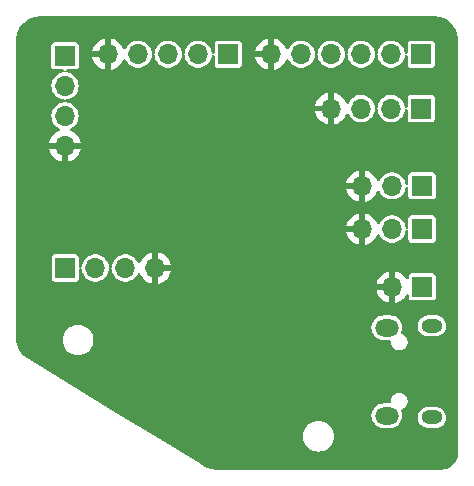
<source format=gbr>
%TF.GenerationSoftware,KiCad,Pcbnew,7.0.6*%
%TF.CreationDate,2023-07-29T21:44:08+03:00*%
%TF.ProjectId,cat-toy-stm-c0,6361742d-746f-4792-9d73-746d2d63302e,rev?*%
%TF.SameCoordinates,Original*%
%TF.FileFunction,Copper,L2,Bot*%
%TF.FilePolarity,Positive*%
%FSLAX46Y46*%
G04 Gerber Fmt 4.6, Leading zero omitted, Abs format (unit mm)*
G04 Created by KiCad (PCBNEW 7.0.6) date 2023-07-29 21:44:08*
%MOMM*%
%LPD*%
G01*
G04 APERTURE LIST*
%TA.AperFunction,ComponentPad*%
%ADD10R,1.700000X1.700000*%
%TD*%
%TA.AperFunction,ComponentPad*%
%ADD11O,1.700000X1.700000*%
%TD*%
%TA.AperFunction,ComponentPad*%
%ADD12O,1.800000X1.150000*%
%TD*%
%TA.AperFunction,ComponentPad*%
%ADD13O,2.000000X1.450000*%
%TD*%
%TA.AperFunction,ViaPad*%
%ADD14C,0.800000*%
%TD*%
G04 APERTURE END LIST*
D10*
%TO.P,J6,1,Pin_1*%
%TO.N,+3.3V*%
X170180000Y-90300000D03*
D11*
%TO.P,J6,2,Pin_2*%
%TO.N,/I2C1_SCL*%
X172720000Y-90300000D03*
%TO.P,J6,3,Pin_3*%
%TO.N,/I2C1_SDA*%
X175260000Y-90300000D03*
%TO.P,J6,4,Pin_4*%
%TO.N,GND*%
X177800000Y-90300000D03*
%TD*%
D10*
%TO.P,J1,1,Pin_1*%
%TO.N,+5V*%
X200380000Y-87000000D03*
D11*
%TO.P,J1,2,Pin_2*%
%TO.N,/TIM1_CH1*%
X197840000Y-87000000D03*
%TO.P,J1,3,Pin_3*%
%TO.N,GND*%
X195300000Y-87000000D03*
%TD*%
D10*
%TO.P,J3,1,Pin_1*%
%TO.N,+3.3V*%
X200300000Y-76800000D03*
D11*
%TO.P,J3,2,Pin_2*%
%TO.N,/USART2_TX*%
X197760000Y-76800000D03*
%TO.P,J3,3,Pin_3*%
%TO.N,/USART2_RX*%
X195220000Y-76800000D03*
%TO.P,J3,4,Pin_4*%
%TO.N,GND*%
X192680000Y-76800000D03*
%TD*%
%TO.P,J4,6,Pin_6*%
%TO.N,GND*%
X187600000Y-72200000D03*
%TO.P,J4,5,Pin_5*%
%TO.N,/SPI1_MOSI*%
X190140000Y-72200000D03*
%TO.P,J4,4,Pin_4*%
%TO.N,/SPI1_MISO*%
X192680000Y-72200000D03*
%TO.P,J4,3,Pin_3*%
%TO.N,/SPI1_SCK*%
X195220000Y-72200000D03*
%TO.P,J4,2,Pin_2*%
%TO.N,/SPI1_CS*%
X197760000Y-72200000D03*
D10*
%TO.P,J4,1,Pin_1*%
%TO.N,+3.3V*%
X200300000Y-72200000D03*
%TD*%
%TO.P,J9,1,Pin_1*%
%TO.N,+5V*%
X200400000Y-91900000D03*
D11*
%TO.P,J9,2,Pin_2*%
%TO.N,GND*%
X197860000Y-91900000D03*
%TD*%
D12*
%TO.P,J8,6,Shield*%
%TO.N,N/C*%
X201200000Y-102950000D03*
D13*
X197400000Y-102800000D03*
X197400000Y-95350000D03*
D12*
X201200000Y-95200000D03*
%TD*%
D11*
%TO.P,J5,4,Pin_4*%
%TO.N,GND*%
X170150000Y-79950000D03*
%TO.P,J5,3,Pin_3*%
%TO.N,/DEBUG_SWCLK*%
X170150000Y-77410000D03*
%TO.P,J5,2,Pin_2*%
%TO.N,/DEBUG_SWDIO*%
X170150000Y-74870000D03*
D10*
%TO.P,J5,1,Pin_1*%
%TO.N,+3.3V*%
X170150000Y-72330000D03*
%TD*%
%TO.P,J7,1,Pin_1*%
%TO.N,/JOYSTICK_BTN*%
X183960000Y-72200000D03*
D11*
%TO.P,J7,2,Pin_2*%
%TO.N,Net-(J7-Pin_2)*%
X181420000Y-72200000D03*
%TO.P,J7,3,Pin_3*%
%TO.N,Net-(J7-Pin_3)*%
X178880000Y-72200000D03*
%TO.P,J7,4,Pin_4*%
%TO.N,+3.3V*%
X176340000Y-72200000D03*
%TO.P,J7,5,Pin_5*%
%TO.N,GND*%
X173800000Y-72200000D03*
%TD*%
D10*
%TO.P,J2,1,Pin_1*%
%TO.N,+5V*%
X200380000Y-83350000D03*
D11*
%TO.P,J2,2,Pin_2*%
%TO.N,/TIM1_CH2*%
X197840000Y-83350000D03*
%TO.P,J2,3,Pin_3*%
%TO.N,GND*%
X195300000Y-83350000D03*
%TD*%
D14*
%TO.N,GND*%
X176000000Y-75600000D03*
X179700000Y-75600000D03*
X185300000Y-75600000D03*
X195200000Y-97800000D03*
X188300000Y-91100000D03*
X188300000Y-89800000D03*
X182200000Y-97500000D03*
X183200000Y-97550000D03*
X179700000Y-98750000D03*
X180750000Y-98750000D03*
X176500000Y-100800000D03*
X183600000Y-84350000D03*
X178650000Y-84150000D03*
X178650000Y-81800000D03*
X172350000Y-84550000D03*
X175900000Y-80700000D03*
X193950000Y-94000000D03*
X193950000Y-95200000D03*
X193950000Y-96400000D03*
X193950000Y-97600000D03*
X190600000Y-86400000D03*
X190050000Y-78050000D03*
%TD*%
%TA.AperFunction,Conductor*%
%TO.N,GND*%
G36*
X201502116Y-68998017D02*
G01*
X201572146Y-69002857D01*
X201767470Y-69017714D01*
X201775491Y-69018856D01*
X201887917Y-69042470D01*
X202037074Y-69077038D01*
X202044032Y-69079087D01*
X202145574Y-69115583D01*
X202160328Y-69120887D01*
X202295271Y-69174714D01*
X202301094Y-69177394D01*
X202412423Y-69235788D01*
X202415027Y-69237236D01*
X202448870Y-69257127D01*
X202536711Y-69308757D01*
X202541333Y-69311761D01*
X202644711Y-69385733D01*
X202647748Y-69388052D01*
X202756300Y-69476410D01*
X202759810Y-69479495D01*
X202852316Y-69567260D01*
X202855587Y-69570608D01*
X202949543Y-69674383D01*
X202951996Y-69677268D01*
X202978079Y-69709942D01*
X203031301Y-69776617D01*
X203034573Y-69781116D01*
X203112364Y-69898832D01*
X203113955Y-69901369D01*
X203178118Y-70009473D01*
X203181105Y-70015156D01*
X203241945Y-70147071D01*
X203289798Y-70261007D01*
X203292218Y-70267868D01*
X203334572Y-70414985D01*
X203364060Y-70526006D01*
X203365628Y-70533985D01*
X203390741Y-70728356D01*
X203392044Y-70739013D01*
X203399042Y-70796283D01*
X203399500Y-70803800D01*
X203399500Y-106232037D01*
X203394441Y-106267096D01*
X203384583Y-106300538D01*
X203336370Y-106458587D01*
X203330076Y-106474966D01*
X203292833Y-106554550D01*
X203234650Y-106670224D01*
X203230818Y-106676802D01*
X203175853Y-106759109D01*
X203174171Y-106761504D01*
X203102194Y-106858989D01*
X203098104Y-106863965D01*
X203029624Y-106938982D01*
X203026763Y-106941916D01*
X202940974Y-107024248D01*
X202937019Y-107027733D01*
X202857468Y-107092041D01*
X202853234Y-107095177D01*
X202754774Y-107161799D01*
X202751305Y-107163983D01*
X202663582Y-107215237D01*
X202657859Y-107218193D01*
X202547481Y-107268136D01*
X202544787Y-107269279D01*
X202452781Y-107305783D01*
X202445546Y-107308151D01*
X202320235Y-107340809D01*
X202234624Y-107360548D01*
X202217290Y-107363270D01*
X202052697Y-107377292D01*
X202002342Y-107381103D01*
X201997655Y-107381280D01*
X183140408Y-107379504D01*
X183134351Y-107377725D01*
X183091713Y-107379430D01*
X183088257Y-107379472D01*
X183046254Y-107378809D01*
X182821742Y-107372696D01*
X182815392Y-107372196D01*
X182711655Y-107358642D01*
X182547727Y-107331486D01*
X182542876Y-107330482D01*
X182486490Y-107316441D01*
X182433243Y-107303181D01*
X182429841Y-107302230D01*
X182278959Y-107255372D01*
X182275611Y-107254226D01*
X182169796Y-107214616D01*
X182165230Y-107212695D01*
X182014787Y-107142224D01*
X181921597Y-107094615D01*
X181916082Y-107091430D01*
X181727591Y-106969273D01*
X181700676Y-106951390D01*
X181698345Y-106949515D01*
X181693499Y-106946515D01*
X181688970Y-106943427D01*
X181669759Y-106929043D01*
X181665240Y-106928351D01*
X181653172Y-106921867D01*
X177769448Y-104550001D01*
X190294532Y-104550001D01*
X190314364Y-104776686D01*
X190314366Y-104776697D01*
X190373258Y-104996488D01*
X190373261Y-104996497D01*
X190469431Y-105202732D01*
X190469432Y-105202734D01*
X190599954Y-105389141D01*
X190760858Y-105550045D01*
X190760861Y-105550047D01*
X190947266Y-105680568D01*
X191153504Y-105776739D01*
X191373308Y-105835635D01*
X191543216Y-105850500D01*
X191656784Y-105850500D01*
X191826692Y-105835635D01*
X192046496Y-105776739D01*
X192252734Y-105680568D01*
X192439139Y-105550047D01*
X192600047Y-105389139D01*
X192730568Y-105202734D01*
X192826739Y-104996496D01*
X192885635Y-104776692D01*
X192905468Y-104550000D01*
X192885635Y-104323308D01*
X192826739Y-104103504D01*
X192730568Y-103897266D01*
X192600047Y-103710861D01*
X192600045Y-103710858D01*
X192439141Y-103549954D01*
X192252734Y-103419432D01*
X192252732Y-103419431D01*
X192046497Y-103323261D01*
X192046488Y-103323258D01*
X191826697Y-103264366D01*
X191826687Y-103264364D01*
X191656784Y-103249500D01*
X191543216Y-103249500D01*
X191373312Y-103264364D01*
X191373302Y-103264366D01*
X191153511Y-103323258D01*
X191153502Y-103323261D01*
X190947267Y-103419431D01*
X190947265Y-103419432D01*
X190760858Y-103549954D01*
X190599954Y-103710858D01*
X190469432Y-103897265D01*
X190469431Y-103897267D01*
X190373261Y-104103502D01*
X190373258Y-104103511D01*
X190314366Y-104323302D01*
X190314364Y-104323313D01*
X190294532Y-104549998D01*
X190294532Y-104550001D01*
X177769448Y-104550001D01*
X174903972Y-102799999D01*
X196094538Y-102799999D01*
X196114337Y-103001031D01*
X196172978Y-103194345D01*
X196268198Y-103372488D01*
X196268203Y-103372495D01*
X196396352Y-103528647D01*
X196505016Y-103617824D01*
X196552506Y-103656798D01*
X196552509Y-103656799D01*
X196552511Y-103656801D01*
X196730654Y-103752021D01*
X196730656Y-103752021D01*
X196730659Y-103752023D01*
X196923967Y-103810662D01*
X197074620Y-103825500D01*
X197074623Y-103825500D01*
X197725377Y-103825500D01*
X197725380Y-103825500D01*
X197876033Y-103810662D01*
X198069341Y-103752023D01*
X198247494Y-103656798D01*
X198403647Y-103528647D01*
X198531798Y-103372494D01*
X198627023Y-103194341D01*
X198685662Y-103001033D01*
X198695384Y-102902324D01*
X199995630Y-102902324D01*
X200005939Y-103092475D01*
X200053664Y-103264364D01*
X200056887Y-103275969D01*
X200056888Y-103275972D01*
X200102766Y-103362506D01*
X200132946Y-103419432D01*
X200146087Y-103444217D01*
X200146088Y-103444220D01*
X200235899Y-103549953D01*
X200269369Y-103589357D01*
X200420971Y-103704602D01*
X200420972Y-103704602D01*
X200420973Y-103704603D01*
X200420974Y-103704604D01*
X200523466Y-103752021D01*
X200593803Y-103784562D01*
X200593804Y-103784562D01*
X200593806Y-103784563D01*
X200650227Y-103796982D01*
X200779784Y-103825500D01*
X200779785Y-103825500D01*
X201572459Y-103825500D01*
X201572465Y-103825500D01*
X201714316Y-103810073D01*
X201894780Y-103749267D01*
X202057954Y-103651089D01*
X202196207Y-103520129D01*
X202303075Y-103362510D01*
X202303077Y-103362506D01*
X202373561Y-103185606D01*
X202373562Y-103185602D01*
X202404370Y-102997678D01*
X202394061Y-102807525D01*
X202343114Y-102624033D01*
X202253914Y-102455784D01*
X202253911Y-102455781D01*
X202253911Y-102455779D01*
X202130631Y-102310643D01*
X202070962Y-102265284D01*
X201979029Y-102195398D01*
X201979028Y-102195397D01*
X201979026Y-102195396D01*
X201979025Y-102195395D01*
X201806193Y-102115436D01*
X201620216Y-102074500D01*
X200827535Y-102074500D01*
X200827533Y-102074500D01*
X200685683Y-102089927D01*
X200505217Y-102150734D01*
X200342048Y-102248909D01*
X200203791Y-102379872D01*
X200096922Y-102537493D01*
X200026438Y-102714393D01*
X199995630Y-102902324D01*
X198695384Y-102902324D01*
X198705462Y-102800000D01*
X198685662Y-102598967D01*
X198627023Y-102405659D01*
X198627022Y-102405657D01*
X198624700Y-102400051D01*
X198617234Y-102330581D01*
X198648511Y-102268103D01*
X198695300Y-102236657D01*
X198700218Y-102234791D01*
X198700225Y-102234790D01*
X198734707Y-102216691D01*
X198741507Y-102213630D01*
X198777930Y-102199818D01*
X198809981Y-102177693D01*
X198816379Y-102173825D01*
X198850852Y-102155734D01*
X198880002Y-102129908D01*
X198885871Y-102125310D01*
X198917929Y-102103183D01*
X198943748Y-102074037D01*
X198949037Y-102068748D01*
X198978183Y-102042929D01*
X199000310Y-102010871D01*
X199004908Y-102005002D01*
X199030734Y-101975852D01*
X199048825Y-101941379D01*
X199052693Y-101934981D01*
X199074818Y-101902930D01*
X199088630Y-101866507D01*
X199091691Y-101859707D01*
X199109790Y-101825225D01*
X199119106Y-101787427D01*
X199121335Y-101780271D01*
X199135140Y-101743872D01*
X199139834Y-101705206D01*
X199141177Y-101697875D01*
X199150500Y-101660056D01*
X199150500Y-101621126D01*
X199150952Y-101613646D01*
X199155645Y-101575000D01*
X199150951Y-101536348D01*
X199150500Y-101528872D01*
X199150500Y-101489943D01*
X199141183Y-101452147D01*
X199139832Y-101444773D01*
X199135140Y-101406130D01*
X199135140Y-101406128D01*
X199121329Y-101369712D01*
X199119110Y-101362590D01*
X199109790Y-101324775D01*
X199091687Y-101290283D01*
X199088627Y-101283484D01*
X199074818Y-101247070D01*
X199052694Y-101215018D01*
X199048823Y-101208614D01*
X199030736Y-101174151D01*
X199030732Y-101174145D01*
X199016150Y-101157685D01*
X199004916Y-101145005D01*
X199000299Y-101139111D01*
X198978185Y-101107073D01*
X198978183Y-101107071D01*
X198949037Y-101081250D01*
X198943743Y-101075955D01*
X198917933Y-101046821D01*
X198917930Y-101046819D01*
X198917929Y-101046817D01*
X198917925Y-101046814D01*
X198885882Y-101024695D01*
X198879986Y-101020075D01*
X198850851Y-100994265D01*
X198850848Y-100994263D01*
X198816387Y-100976177D01*
X198809974Y-100972300D01*
X198777933Y-100950183D01*
X198777931Y-100950182D01*
X198741524Y-100936374D01*
X198734693Y-100933299D01*
X198700226Y-100915210D01*
X198700221Y-100915209D01*
X198698601Y-100914809D01*
X198662424Y-100905892D01*
X198655276Y-100903665D01*
X198618876Y-100889861D01*
X198618869Y-100889859D01*
X198580223Y-100885166D01*
X198572855Y-100883816D01*
X198535058Y-100874500D01*
X198535056Y-100874500D01*
X198364944Y-100874500D01*
X198354363Y-100877107D01*
X198327143Y-100883816D01*
X198319776Y-100885166D01*
X198281126Y-100889860D01*
X198244725Y-100903664D01*
X198237576Y-100905891D01*
X198199775Y-100915210D01*
X198199770Y-100915212D01*
X198165296Y-100933303D01*
X198158467Y-100936377D01*
X198122071Y-100950180D01*
X198122069Y-100950181D01*
X198090027Y-100972299D01*
X198083617Y-100976174D01*
X198049149Y-100994265D01*
X198020005Y-101020082D01*
X198014110Y-101024700D01*
X197982072Y-101046815D01*
X197982071Y-101046816D01*
X197956253Y-101075957D01*
X197950957Y-101081253D01*
X197921816Y-101107071D01*
X197921815Y-101107072D01*
X197899700Y-101139110D01*
X197895082Y-101145005D01*
X197869265Y-101174149D01*
X197851174Y-101208617D01*
X197847299Y-101215027D01*
X197825181Y-101247069D01*
X197825180Y-101247071D01*
X197811377Y-101283467D01*
X197808303Y-101290296D01*
X197790212Y-101324770D01*
X197790210Y-101324775D01*
X197780891Y-101362576D01*
X197778664Y-101369725D01*
X197764860Y-101406126D01*
X197760166Y-101444776D01*
X197758816Y-101452143D01*
X197749500Y-101489945D01*
X197749500Y-101528872D01*
X197749048Y-101536352D01*
X197744355Y-101574999D01*
X197749048Y-101613646D01*
X197749500Y-101621126D01*
X197749500Y-101650500D01*
X197729815Y-101717539D01*
X197677011Y-101763294D01*
X197625500Y-101774500D01*
X197074620Y-101774500D01*
X197037433Y-101778162D01*
X196923968Y-101789337D01*
X196730654Y-101847978D01*
X196552511Y-101943198D01*
X196552504Y-101943203D01*
X196396352Y-102071352D01*
X196268203Y-102227504D01*
X196268198Y-102227511D01*
X196172978Y-102405654D01*
X196114337Y-102598968D01*
X196094538Y-102799999D01*
X174903972Y-102799999D01*
X166660002Y-97765246D01*
X166632040Y-97741899D01*
X166620203Y-97728611D01*
X166609782Y-97716912D01*
X166467059Y-97553544D01*
X166463024Y-97548400D01*
X166400709Y-97459663D01*
X166311377Y-97324310D01*
X166308629Y-97319727D01*
X166252774Y-97216697D01*
X166251448Y-97214105D01*
X166185247Y-97076595D01*
X166183576Y-97072804D01*
X166139163Y-96962037D01*
X166137744Y-96958120D01*
X166090601Y-96812948D01*
X166089789Y-96810227D01*
X166058981Y-96697102D01*
X166057806Y-96691912D01*
X166028879Y-96532316D01*
X166012630Y-96425129D01*
X166011993Y-96418609D01*
X166011162Y-96400001D01*
X169944532Y-96400001D01*
X169964364Y-96626686D01*
X169964366Y-96626697D01*
X170023258Y-96846488D01*
X170023261Y-96846497D01*
X170119431Y-97052732D01*
X170119432Y-97052734D01*
X170249954Y-97239141D01*
X170410858Y-97400045D01*
X170410861Y-97400047D01*
X170597266Y-97530568D01*
X170803504Y-97626739D01*
X171023308Y-97685635D01*
X171193216Y-97700500D01*
X171306784Y-97700500D01*
X171476692Y-97685635D01*
X171696496Y-97626739D01*
X171902734Y-97530568D01*
X172089139Y-97400047D01*
X172250047Y-97239139D01*
X172380568Y-97052734D01*
X172476739Y-96846496D01*
X172535635Y-96626692D01*
X172555468Y-96400000D01*
X172535635Y-96173308D01*
X172477034Y-95954604D01*
X172476741Y-95953511D01*
X172476738Y-95953502D01*
X172423511Y-95839357D01*
X172380568Y-95747266D01*
X172250047Y-95560861D01*
X172250045Y-95560858D01*
X172089141Y-95399954D01*
X172017798Y-95350000D01*
X196094538Y-95350000D01*
X196114337Y-95551031D01*
X196172978Y-95744345D01*
X196268198Y-95922488D01*
X196268201Y-95922492D01*
X196268202Y-95922494D01*
X196278502Y-95935045D01*
X196396352Y-96078647D01*
X196485470Y-96151783D01*
X196552506Y-96206798D01*
X196552509Y-96206799D01*
X196552511Y-96206801D01*
X196730654Y-96302021D01*
X196730656Y-96302021D01*
X196730659Y-96302023D01*
X196923967Y-96360662D01*
X197074620Y-96375500D01*
X197074623Y-96375500D01*
X197625500Y-96375500D01*
X197692539Y-96395185D01*
X197738294Y-96447989D01*
X197749500Y-96499500D01*
X197749500Y-96528872D01*
X197749048Y-96536352D01*
X197744355Y-96574999D01*
X197749048Y-96613646D01*
X197749500Y-96621126D01*
X197749500Y-96660058D01*
X197758816Y-96697855D01*
X197760166Y-96705223D01*
X197764859Y-96743869D01*
X197764861Y-96743876D01*
X197778665Y-96780276D01*
X197780894Y-96787429D01*
X197790209Y-96825221D01*
X197790210Y-96825226D01*
X197808299Y-96859693D01*
X197811374Y-96866524D01*
X197825182Y-96902931D01*
X197825183Y-96902933D01*
X197847300Y-96934974D01*
X197851177Y-96941387D01*
X197869263Y-96975848D01*
X197869265Y-96975851D01*
X197895075Y-97004986D01*
X197899695Y-97010882D01*
X197921814Y-97042925D01*
X197921816Y-97042928D01*
X197921821Y-97042933D01*
X197950955Y-97068743D01*
X197956250Y-97074037D01*
X197982069Y-97103181D01*
X197982073Y-97103185D01*
X198014111Y-97125299D01*
X198020005Y-97129916D01*
X198025998Y-97135225D01*
X198049145Y-97155732D01*
X198049151Y-97155736D01*
X198083614Y-97173823D01*
X198090018Y-97177694D01*
X198122070Y-97199818D01*
X198158484Y-97213627D01*
X198165283Y-97216687D01*
X198199775Y-97234790D01*
X198199777Y-97234790D01*
X198199778Y-97234791D01*
X198206914Y-97236549D01*
X198237590Y-97244110D01*
X198244712Y-97246329D01*
X198281128Y-97260140D01*
X198300572Y-97262500D01*
X198319773Y-97264832D01*
X198327140Y-97266181D01*
X198351369Y-97272153D01*
X198364943Y-97275500D01*
X198364944Y-97275500D01*
X198535058Y-97275500D01*
X198544590Y-97273149D01*
X198572875Y-97266177D01*
X198580206Y-97264834D01*
X198618872Y-97260140D01*
X198655277Y-97246333D01*
X198662427Y-97244106D01*
X198682571Y-97239141D01*
X198700225Y-97234790D01*
X198734707Y-97216691D01*
X198741507Y-97213630D01*
X198777930Y-97199818D01*
X198809981Y-97177693D01*
X198816379Y-97173825D01*
X198850852Y-97155734D01*
X198880002Y-97129908D01*
X198885871Y-97125310D01*
X198917929Y-97103183D01*
X198943748Y-97074037D01*
X198949037Y-97068748D01*
X198978183Y-97042929D01*
X199000310Y-97010871D01*
X199004908Y-97005002D01*
X199030734Y-96975852D01*
X199048825Y-96941379D01*
X199052693Y-96934981D01*
X199074818Y-96902930D01*
X199088630Y-96866507D01*
X199091691Y-96859707D01*
X199109790Y-96825225D01*
X199116316Y-96798744D01*
X199119106Y-96787427D01*
X199121333Y-96780277D01*
X199135140Y-96743872D01*
X199139834Y-96705206D01*
X199141177Y-96697875D01*
X199150500Y-96660056D01*
X199150500Y-96621126D01*
X199150952Y-96613646D01*
X199155645Y-96575000D01*
X199150951Y-96536348D01*
X199150500Y-96528872D01*
X199150500Y-96489943D01*
X199141183Y-96452147D01*
X199139832Y-96444773D01*
X199135140Y-96406130D01*
X199135140Y-96406128D01*
X199121329Y-96369712D01*
X199119110Y-96362590D01*
X199109790Y-96324775D01*
X199091687Y-96290283D01*
X199088627Y-96283484D01*
X199074818Y-96247070D01*
X199052694Y-96215018D01*
X199048823Y-96208614D01*
X199030736Y-96174151D01*
X199030732Y-96174145D01*
X199009331Y-96149989D01*
X199004916Y-96145005D01*
X199000299Y-96139111D01*
X198978185Y-96107073D01*
X198978183Y-96107071D01*
X198949037Y-96081250D01*
X198943743Y-96075955D01*
X198917933Y-96046821D01*
X198917930Y-96046819D01*
X198917929Y-96046817D01*
X198900177Y-96034563D01*
X198885882Y-96024695D01*
X198879986Y-96020075D01*
X198850851Y-95994265D01*
X198850848Y-95994263D01*
X198816387Y-95976177D01*
X198809974Y-95972300D01*
X198777933Y-95950183D01*
X198777931Y-95950182D01*
X198741524Y-95936374D01*
X198734693Y-95933299D01*
X198700220Y-95915207D01*
X198695288Y-95913337D01*
X198639587Y-95871158D01*
X198615532Y-95805559D01*
X198624702Y-95749945D01*
X198627020Y-95744347D01*
X198627021Y-95744345D01*
X198627023Y-95744341D01*
X198685662Y-95551033D01*
X198705462Y-95350000D01*
X198685993Y-95152324D01*
X199995630Y-95152324D01*
X200005939Y-95342476D01*
X200056887Y-95525969D01*
X200056888Y-95525972D01*
X200146087Y-95694217D01*
X200146088Y-95694220D01*
X200269368Y-95839356D01*
X200269369Y-95839357D01*
X200420971Y-95954602D01*
X200420972Y-95954602D01*
X200420973Y-95954603D01*
X200420974Y-95954604D01*
X200526758Y-96003543D01*
X200593803Y-96034562D01*
X200593804Y-96034562D01*
X200593806Y-96034563D01*
X200649464Y-96046814D01*
X200779784Y-96075500D01*
X200779785Y-96075500D01*
X201572459Y-96075500D01*
X201572465Y-96075500D01*
X201714316Y-96060073D01*
X201894780Y-95999267D01*
X202057954Y-95901089D01*
X202196207Y-95770129D01*
X202303075Y-95612510D01*
X202323654Y-95560861D01*
X202373561Y-95435606D01*
X202387595Y-95350000D01*
X202404370Y-95247678D01*
X202394061Y-95057525D01*
X202343114Y-94874033D01*
X202253914Y-94705784D01*
X202253911Y-94705781D01*
X202253911Y-94705779D01*
X202130631Y-94560643D01*
X201979026Y-94445396D01*
X201979025Y-94445395D01*
X201806193Y-94365436D01*
X201620216Y-94324500D01*
X200827535Y-94324500D01*
X200827533Y-94324500D01*
X200685683Y-94339927D01*
X200505217Y-94400734D01*
X200342048Y-94498909D01*
X200203791Y-94629872D01*
X200096922Y-94787493D01*
X200026438Y-94964393D01*
X200011171Y-95057523D01*
X200001853Y-95114366D01*
X199995630Y-95152324D01*
X198685993Y-95152324D01*
X198685662Y-95148967D01*
X198627023Y-94955659D01*
X198627021Y-94955656D01*
X198627021Y-94955654D01*
X198531801Y-94777511D01*
X198531799Y-94777509D01*
X198531798Y-94777506D01*
X198492824Y-94730016D01*
X198403647Y-94621352D01*
X198247495Y-94493203D01*
X198247488Y-94493198D01*
X198069345Y-94397978D01*
X197876031Y-94339337D01*
X197765900Y-94328490D01*
X197725380Y-94324500D01*
X197074620Y-94324500D01*
X197037433Y-94328162D01*
X196923968Y-94339337D01*
X196730654Y-94397978D01*
X196552511Y-94493198D01*
X196552504Y-94493203D01*
X196396352Y-94621352D01*
X196268203Y-94777504D01*
X196268198Y-94777511D01*
X196172978Y-94955654D01*
X196114337Y-95148968D01*
X196094538Y-95350000D01*
X172017798Y-95350000D01*
X171902734Y-95269432D01*
X171902732Y-95269431D01*
X171696497Y-95173261D01*
X171696488Y-95173258D01*
X171476697Y-95114366D01*
X171476687Y-95114364D01*
X171306784Y-95099500D01*
X171193216Y-95099500D01*
X171023312Y-95114364D01*
X171023302Y-95114366D01*
X170803511Y-95173258D01*
X170803502Y-95173261D01*
X170597267Y-95269431D01*
X170597265Y-95269432D01*
X170410858Y-95399954D01*
X170249954Y-95560858D01*
X170119432Y-95747265D01*
X170119431Y-95747267D01*
X170023261Y-95953502D01*
X170023258Y-95953511D01*
X169964366Y-96173302D01*
X169964364Y-96173313D01*
X169944532Y-96399998D01*
X169944532Y-96400001D01*
X166011162Y-96400001D01*
X166010068Y-96375500D01*
X166002318Y-96201952D01*
X166000560Y-96151746D01*
X166000538Y-96148245D01*
X166001323Y-96112611D01*
X166000500Y-96102184D01*
X166000500Y-92150000D01*
X196529364Y-92150000D01*
X196586567Y-92363486D01*
X196586570Y-92363492D01*
X196686399Y-92577578D01*
X196821894Y-92771082D01*
X196988917Y-92938105D01*
X197182421Y-93073600D01*
X197396507Y-93173429D01*
X197396516Y-93173433D01*
X197610000Y-93230634D01*
X197610000Y-92335501D01*
X197717685Y-92384680D01*
X197824237Y-92400000D01*
X197895763Y-92400000D01*
X198002315Y-92384680D01*
X198110000Y-92335501D01*
X198110000Y-93230633D01*
X198323483Y-93173433D01*
X198323492Y-93173429D01*
X198537578Y-93073600D01*
X198731082Y-92938105D01*
X198898105Y-92771082D01*
X199023925Y-92591394D01*
X199078502Y-92547770D01*
X199148001Y-92540577D01*
X199210355Y-92572099D01*
X199245769Y-92632329D01*
X199249500Y-92662517D01*
X199249500Y-92794855D01*
X199249502Y-92794882D01*
X199252413Y-92819987D01*
X199252415Y-92819991D01*
X199297793Y-92922764D01*
X199297794Y-92922765D01*
X199377235Y-93002206D01*
X199480009Y-93047585D01*
X199505135Y-93050500D01*
X201294864Y-93050499D01*
X201294879Y-93050497D01*
X201294882Y-93050497D01*
X201319987Y-93047586D01*
X201319988Y-93047585D01*
X201319991Y-93047585D01*
X201422765Y-93002206D01*
X201502206Y-92922765D01*
X201547585Y-92819991D01*
X201550500Y-92794865D01*
X201550499Y-91005136D01*
X201550497Y-91005117D01*
X201547586Y-90980012D01*
X201547585Y-90980010D01*
X201547585Y-90980009D01*
X201502206Y-90877235D01*
X201422765Y-90797794D01*
X201368390Y-90773785D01*
X201319992Y-90752415D01*
X201294865Y-90749500D01*
X199505143Y-90749500D01*
X199505117Y-90749502D01*
X199480012Y-90752413D01*
X199480008Y-90752415D01*
X199377235Y-90797793D01*
X199297794Y-90877234D01*
X199252415Y-90980006D01*
X199252415Y-90980008D01*
X199249500Y-91005131D01*
X199249500Y-91137481D01*
X199229815Y-91204520D01*
X199177011Y-91250275D01*
X199107853Y-91260219D01*
X199044297Y-91231194D01*
X199023925Y-91208604D01*
X198898113Y-91028926D01*
X198898108Y-91028920D01*
X198731082Y-90861894D01*
X198537578Y-90726399D01*
X198323492Y-90626570D01*
X198323486Y-90626567D01*
X198110000Y-90569364D01*
X198110000Y-91464498D01*
X198002315Y-91415320D01*
X197895763Y-91400000D01*
X197824237Y-91400000D01*
X197717685Y-91415320D01*
X197610000Y-91464498D01*
X197610000Y-90569364D01*
X197609999Y-90569364D01*
X197396513Y-90626567D01*
X197396507Y-90626570D01*
X197182422Y-90726399D01*
X197182420Y-90726400D01*
X196988926Y-90861886D01*
X196988920Y-90861891D01*
X196821891Y-91028920D01*
X196821886Y-91028926D01*
X196686400Y-91222420D01*
X196686399Y-91222422D01*
X196586570Y-91436507D01*
X196586567Y-91436513D01*
X196529364Y-91649999D01*
X196529364Y-91650000D01*
X197426314Y-91650000D01*
X197400507Y-91690156D01*
X197360000Y-91828111D01*
X197360000Y-91971889D01*
X197400507Y-92109844D01*
X197426314Y-92150000D01*
X196529364Y-92150000D01*
X166000500Y-92150000D01*
X166000500Y-91194856D01*
X169029500Y-91194856D01*
X169029502Y-91194882D01*
X169032413Y-91219987D01*
X169032415Y-91219991D01*
X169077793Y-91322764D01*
X169077794Y-91322765D01*
X169157235Y-91402206D01*
X169260009Y-91447585D01*
X169285135Y-91450500D01*
X171074864Y-91450499D01*
X171074879Y-91450497D01*
X171074882Y-91450497D01*
X171099987Y-91447586D01*
X171099988Y-91447585D01*
X171099991Y-91447585D01*
X171202765Y-91402206D01*
X171282206Y-91322765D01*
X171327585Y-91219991D01*
X171330500Y-91194865D01*
X171330499Y-90456046D01*
X171350183Y-90389009D01*
X171402987Y-90343254D01*
X171472146Y-90333310D01*
X171535702Y-90362335D01*
X171573476Y-90421113D01*
X171577970Y-90444606D01*
X171584015Y-90509844D01*
X171584244Y-90512310D01*
X171616753Y-90626567D01*
X171642596Y-90717392D01*
X171642596Y-90717394D01*
X171737632Y-90908253D01*
X171828761Y-91028926D01*
X171866128Y-91078407D01*
X172023698Y-91222052D01*
X172204981Y-91334298D01*
X172403802Y-91411321D01*
X172613390Y-91450500D01*
X172613392Y-91450500D01*
X172826608Y-91450500D01*
X172826610Y-91450500D01*
X173036198Y-91411321D01*
X173235019Y-91334298D01*
X173416302Y-91222052D01*
X173573872Y-91078407D01*
X173702366Y-90908255D01*
X173717812Y-90877235D01*
X173797403Y-90717394D01*
X173797403Y-90717393D01*
X173797405Y-90717389D01*
X173855756Y-90512310D01*
X173866529Y-90396047D01*
X173892315Y-90331111D01*
X173934622Y-90300804D01*
X174043130Y-90300804D01*
X174079503Y-90321668D01*
X174111693Y-90383681D01*
X174113470Y-90396047D01*
X174124244Y-90512310D01*
X174156753Y-90626567D01*
X174182596Y-90717392D01*
X174182596Y-90717394D01*
X174277632Y-90908253D01*
X174368761Y-91028926D01*
X174406128Y-91078407D01*
X174563698Y-91222052D01*
X174744981Y-91334298D01*
X174943802Y-91411321D01*
X175153390Y-91450500D01*
X175153392Y-91450500D01*
X175366608Y-91450500D01*
X175366610Y-91450500D01*
X175576198Y-91411321D01*
X175775019Y-91334298D01*
X175956302Y-91222052D01*
X176113872Y-91078407D01*
X176242366Y-90908255D01*
X176309325Y-90773781D01*
X176356825Y-90722548D01*
X176424488Y-90705126D01*
X176490828Y-90727051D01*
X176532705Y-90776651D01*
X176626399Y-90977578D01*
X176761894Y-91171082D01*
X176928917Y-91338105D01*
X177122421Y-91473600D01*
X177336507Y-91573429D01*
X177336516Y-91573433D01*
X177550000Y-91630634D01*
X177550000Y-90735501D01*
X177657685Y-90784680D01*
X177764237Y-90800000D01*
X177835763Y-90800000D01*
X177942315Y-90784680D01*
X178050000Y-90735501D01*
X178050000Y-91630633D01*
X178263483Y-91573433D01*
X178263492Y-91573429D01*
X178477578Y-91473600D01*
X178671082Y-91338105D01*
X178838105Y-91171082D01*
X178973600Y-90977578D01*
X179073429Y-90763492D01*
X179073432Y-90763486D01*
X179130636Y-90550000D01*
X178233686Y-90550000D01*
X178259493Y-90509844D01*
X178300000Y-90371889D01*
X178300000Y-90228111D01*
X178259493Y-90090156D01*
X178233686Y-90050000D01*
X179130636Y-90050000D01*
X179130635Y-90049999D01*
X179073432Y-89836513D01*
X179073429Y-89836507D01*
X178973600Y-89622422D01*
X178973599Y-89622420D01*
X178838113Y-89428926D01*
X178838108Y-89428920D01*
X178671082Y-89261894D01*
X178477578Y-89126399D01*
X178263492Y-89026570D01*
X178263486Y-89026567D01*
X178050000Y-88969364D01*
X178050000Y-89864498D01*
X177942315Y-89815320D01*
X177835763Y-89800000D01*
X177764237Y-89800000D01*
X177657685Y-89815320D01*
X177550000Y-89864498D01*
X177550000Y-88969364D01*
X177549999Y-88969364D01*
X177336513Y-89026567D01*
X177336507Y-89026570D01*
X177122422Y-89126399D01*
X177122420Y-89126400D01*
X176928926Y-89261886D01*
X176928920Y-89261891D01*
X176761891Y-89428920D01*
X176761886Y-89428926D01*
X176626400Y-89622420D01*
X176626399Y-89622422D01*
X176532705Y-89823348D01*
X176486532Y-89875787D01*
X176419339Y-89894939D01*
X176352457Y-89874723D01*
X176309324Y-89826216D01*
X176242366Y-89691745D01*
X176113872Y-89521593D01*
X175956302Y-89377948D01*
X175775019Y-89265702D01*
X175775017Y-89265701D01*
X175675608Y-89227190D01*
X175576198Y-89188679D01*
X175366610Y-89149500D01*
X175153390Y-89149500D01*
X174943802Y-89188679D01*
X174943799Y-89188679D01*
X174943799Y-89188680D01*
X174744982Y-89265701D01*
X174744980Y-89265702D01*
X174563699Y-89377947D01*
X174406127Y-89521593D01*
X174277632Y-89691746D01*
X174182596Y-89882605D01*
X174182596Y-89882607D01*
X174124244Y-90087689D01*
X174113471Y-90203951D01*
X174087685Y-90268888D01*
X174043130Y-90300804D01*
X173934622Y-90300804D01*
X173936869Y-90299194D01*
X173900497Y-90278331D01*
X173868307Y-90216318D01*
X173866529Y-90203951D01*
X173863175Y-90167759D01*
X173855756Y-90087690D01*
X173797405Y-89882611D01*
X173797403Y-89882606D01*
X173797403Y-89882605D01*
X173702367Y-89691746D01*
X173573872Y-89521593D01*
X173416302Y-89377948D01*
X173235019Y-89265702D01*
X173235017Y-89265701D01*
X173135608Y-89227190D01*
X173036198Y-89188679D01*
X172826610Y-89149500D01*
X172613390Y-89149500D01*
X172403802Y-89188679D01*
X172403799Y-89188679D01*
X172403799Y-89188680D01*
X172204982Y-89265701D01*
X172204980Y-89265702D01*
X172023699Y-89377947D01*
X171866127Y-89521593D01*
X171737632Y-89691746D01*
X171642596Y-89882605D01*
X171642596Y-89882607D01*
X171584244Y-90087689D01*
X171577970Y-90155394D01*
X171552183Y-90220331D01*
X171495383Y-90261018D01*
X171425602Y-90264538D01*
X171364995Y-90229772D01*
X171332806Y-90167759D01*
X171330499Y-90143952D01*
X171330499Y-89405143D01*
X171330499Y-89405136D01*
X171330497Y-89405117D01*
X171327586Y-89380012D01*
X171327585Y-89380010D01*
X171327585Y-89380009D01*
X171282206Y-89277235D01*
X171202765Y-89197794D01*
X171182124Y-89188680D01*
X171099992Y-89152415D01*
X171074865Y-89149500D01*
X169285143Y-89149500D01*
X169285117Y-89149502D01*
X169260012Y-89152413D01*
X169260008Y-89152415D01*
X169157235Y-89197793D01*
X169077794Y-89277234D01*
X169032415Y-89380006D01*
X169032415Y-89380008D01*
X169029500Y-89405131D01*
X169029500Y-91194856D01*
X166000500Y-91194856D01*
X166000500Y-87250000D01*
X193969364Y-87250000D01*
X194026567Y-87463486D01*
X194026570Y-87463492D01*
X194126399Y-87677578D01*
X194261894Y-87871082D01*
X194428917Y-88038105D01*
X194622421Y-88173600D01*
X194836507Y-88273429D01*
X194836516Y-88273433D01*
X195050000Y-88330634D01*
X195050000Y-87435501D01*
X195157685Y-87484680D01*
X195264237Y-87500000D01*
X195335763Y-87500000D01*
X195442315Y-87484680D01*
X195550000Y-87435501D01*
X195550000Y-88330633D01*
X195763483Y-88273433D01*
X195763492Y-88273429D01*
X195977578Y-88173600D01*
X196171082Y-88038105D01*
X196338105Y-87871082D01*
X196473600Y-87677578D01*
X196567294Y-87476651D01*
X196613466Y-87424212D01*
X196680660Y-87405060D01*
X196747541Y-87425276D01*
X196790676Y-87473785D01*
X196857632Y-87608253D01*
X196986127Y-87778406D01*
X196986128Y-87778407D01*
X197143698Y-87922052D01*
X197324981Y-88034298D01*
X197523802Y-88111321D01*
X197733390Y-88150500D01*
X197733392Y-88150500D01*
X197946608Y-88150500D01*
X197946610Y-88150500D01*
X198156198Y-88111321D01*
X198355019Y-88034298D01*
X198536302Y-87922052D01*
X198693872Y-87778407D01*
X198822366Y-87608255D01*
X198876270Y-87500000D01*
X198917403Y-87417394D01*
X198917403Y-87417393D01*
X198917405Y-87417389D01*
X198975756Y-87212310D01*
X198982029Y-87144605D01*
X199007814Y-87079669D01*
X199064614Y-87038981D01*
X199134395Y-87035461D01*
X199195002Y-87070225D01*
X199227193Y-87132238D01*
X199229500Y-87156047D01*
X199229500Y-87894856D01*
X199229502Y-87894882D01*
X199232413Y-87919987D01*
X199232415Y-87919991D01*
X199277793Y-88022764D01*
X199277794Y-88022765D01*
X199357235Y-88102206D01*
X199460009Y-88147585D01*
X199485135Y-88150500D01*
X201274864Y-88150499D01*
X201274879Y-88150497D01*
X201274882Y-88150497D01*
X201299987Y-88147586D01*
X201299988Y-88147585D01*
X201299991Y-88147585D01*
X201402765Y-88102206D01*
X201482206Y-88022765D01*
X201527585Y-87919991D01*
X201530500Y-87894865D01*
X201530499Y-86105136D01*
X201530497Y-86105117D01*
X201527586Y-86080012D01*
X201527585Y-86080010D01*
X201527585Y-86080009D01*
X201482206Y-85977235D01*
X201402765Y-85897794D01*
X201382124Y-85888680D01*
X201299992Y-85852415D01*
X201274865Y-85849500D01*
X199485143Y-85849500D01*
X199485117Y-85849502D01*
X199460012Y-85852413D01*
X199460008Y-85852415D01*
X199357235Y-85897793D01*
X199277794Y-85977234D01*
X199232415Y-86080006D01*
X199232415Y-86080008D01*
X199229500Y-86105131D01*
X199229500Y-86843951D01*
X199209815Y-86910990D01*
X199157011Y-86956745D01*
X199087853Y-86966689D01*
X199024297Y-86937664D01*
X198986523Y-86878886D01*
X198982029Y-86855391D01*
X198975756Y-86787689D01*
X198961273Y-86736789D01*
X198917405Y-86582611D01*
X198917403Y-86582606D01*
X198917403Y-86582605D01*
X198822367Y-86391746D01*
X198693872Y-86221593D01*
X198693871Y-86221593D01*
X198536302Y-86077948D01*
X198355019Y-85965702D01*
X198355017Y-85965701D01*
X198255608Y-85927190D01*
X198156198Y-85888679D01*
X197946610Y-85849500D01*
X197733390Y-85849500D01*
X197523802Y-85888679D01*
X197523799Y-85888679D01*
X197523799Y-85888680D01*
X197324982Y-85965701D01*
X197324980Y-85965702D01*
X197143699Y-86077947D01*
X196986127Y-86221593D01*
X196857634Y-86391744D01*
X196790676Y-86526215D01*
X196743173Y-86577452D01*
X196675510Y-86594873D01*
X196609170Y-86572947D01*
X196567294Y-86523348D01*
X196473600Y-86322422D01*
X196473599Y-86322420D01*
X196338113Y-86128926D01*
X196338108Y-86128920D01*
X196171082Y-85961894D01*
X195977578Y-85826399D01*
X195763492Y-85726570D01*
X195763486Y-85726567D01*
X195550000Y-85669364D01*
X195550000Y-86564498D01*
X195442315Y-86515320D01*
X195335763Y-86500000D01*
X195264237Y-86500000D01*
X195157685Y-86515320D01*
X195050000Y-86564498D01*
X195050000Y-85669364D01*
X195049999Y-85669364D01*
X194836513Y-85726567D01*
X194836507Y-85726570D01*
X194622422Y-85826399D01*
X194622420Y-85826400D01*
X194428926Y-85961886D01*
X194428920Y-85961891D01*
X194261891Y-86128920D01*
X194261886Y-86128926D01*
X194126400Y-86322420D01*
X194126399Y-86322422D01*
X194026570Y-86536507D01*
X194026567Y-86536513D01*
X193969364Y-86749999D01*
X193969364Y-86750000D01*
X194866314Y-86750000D01*
X194840507Y-86790156D01*
X194800000Y-86928111D01*
X194800000Y-87071889D01*
X194840507Y-87209844D01*
X194866314Y-87250000D01*
X193969364Y-87250000D01*
X166000500Y-87250000D01*
X166000500Y-83600000D01*
X193969364Y-83600000D01*
X194026567Y-83813486D01*
X194026570Y-83813492D01*
X194126399Y-84027578D01*
X194261894Y-84221082D01*
X194428917Y-84388105D01*
X194622421Y-84523600D01*
X194836507Y-84623429D01*
X194836516Y-84623433D01*
X195050000Y-84680634D01*
X195050000Y-83785501D01*
X195157685Y-83834680D01*
X195264237Y-83850000D01*
X195335763Y-83850000D01*
X195442315Y-83834680D01*
X195550000Y-83785501D01*
X195550000Y-84680633D01*
X195763483Y-84623433D01*
X195763492Y-84623429D01*
X195977578Y-84523600D01*
X196171082Y-84388105D01*
X196338105Y-84221082D01*
X196473600Y-84027578D01*
X196567294Y-83826651D01*
X196613466Y-83774212D01*
X196680660Y-83755060D01*
X196747541Y-83775276D01*
X196790676Y-83823785D01*
X196857632Y-83958253D01*
X196986127Y-84128406D01*
X196986128Y-84128407D01*
X197143698Y-84272052D01*
X197324981Y-84384298D01*
X197523802Y-84461321D01*
X197733390Y-84500500D01*
X197733392Y-84500500D01*
X197946608Y-84500500D01*
X197946610Y-84500500D01*
X198156198Y-84461321D01*
X198355019Y-84384298D01*
X198536302Y-84272052D01*
X198693872Y-84128407D01*
X198822366Y-83958255D01*
X198876270Y-83850000D01*
X198917403Y-83767394D01*
X198917403Y-83767393D01*
X198917405Y-83767389D01*
X198975756Y-83562310D01*
X198982029Y-83494605D01*
X199007814Y-83429669D01*
X199064614Y-83388981D01*
X199134395Y-83385461D01*
X199195002Y-83420225D01*
X199227193Y-83482238D01*
X199229500Y-83506047D01*
X199229500Y-84244856D01*
X199229502Y-84244882D01*
X199232413Y-84269987D01*
X199232415Y-84269991D01*
X199277793Y-84372764D01*
X199277794Y-84372765D01*
X199357235Y-84452206D01*
X199460009Y-84497585D01*
X199485135Y-84500500D01*
X201274864Y-84500499D01*
X201274879Y-84500497D01*
X201274882Y-84500497D01*
X201299987Y-84497586D01*
X201299988Y-84497585D01*
X201299991Y-84497585D01*
X201402765Y-84452206D01*
X201482206Y-84372765D01*
X201527585Y-84269991D01*
X201530500Y-84244865D01*
X201530499Y-82455136D01*
X201530497Y-82455117D01*
X201527586Y-82430012D01*
X201527585Y-82430010D01*
X201527585Y-82430009D01*
X201482206Y-82327235D01*
X201402765Y-82247794D01*
X201382124Y-82238680D01*
X201299992Y-82202415D01*
X201274865Y-82199500D01*
X199485143Y-82199500D01*
X199485117Y-82199502D01*
X199460012Y-82202413D01*
X199460008Y-82202415D01*
X199357235Y-82247793D01*
X199277794Y-82327234D01*
X199232415Y-82430006D01*
X199232415Y-82430008D01*
X199229500Y-82455131D01*
X199229500Y-83193951D01*
X199209815Y-83260990D01*
X199157011Y-83306745D01*
X199087853Y-83316689D01*
X199024297Y-83287664D01*
X198986523Y-83228886D01*
X198982029Y-83205391D01*
X198975756Y-83137689D01*
X198961273Y-83086789D01*
X198917405Y-82932611D01*
X198917403Y-82932606D01*
X198917403Y-82932605D01*
X198822367Y-82741746D01*
X198693872Y-82571593D01*
X198536302Y-82427948D01*
X198355019Y-82315702D01*
X198355017Y-82315701D01*
X198255608Y-82277190D01*
X198156198Y-82238679D01*
X197946610Y-82199500D01*
X197733390Y-82199500D01*
X197523802Y-82238679D01*
X197523799Y-82238679D01*
X197523799Y-82238680D01*
X197324982Y-82315701D01*
X197324980Y-82315702D01*
X197143699Y-82427947D01*
X196986127Y-82571593D01*
X196857634Y-82741744D01*
X196790676Y-82876215D01*
X196743173Y-82927452D01*
X196675510Y-82944873D01*
X196609170Y-82922947D01*
X196567294Y-82873348D01*
X196473600Y-82672422D01*
X196473599Y-82672420D01*
X196338113Y-82478926D01*
X196338108Y-82478920D01*
X196171082Y-82311894D01*
X195977578Y-82176399D01*
X195763492Y-82076570D01*
X195763486Y-82076567D01*
X195550000Y-82019364D01*
X195550000Y-82914498D01*
X195442315Y-82865320D01*
X195335763Y-82850000D01*
X195264237Y-82850000D01*
X195157685Y-82865320D01*
X195050000Y-82914498D01*
X195050000Y-82019364D01*
X195049999Y-82019364D01*
X194836513Y-82076567D01*
X194836507Y-82076570D01*
X194622422Y-82176399D01*
X194622420Y-82176400D01*
X194428926Y-82311886D01*
X194428920Y-82311891D01*
X194261891Y-82478920D01*
X194261886Y-82478926D01*
X194126400Y-82672420D01*
X194126399Y-82672422D01*
X194026570Y-82886507D01*
X194026567Y-82886513D01*
X193969364Y-83099999D01*
X193969364Y-83100000D01*
X194866314Y-83100000D01*
X194840507Y-83140156D01*
X194800000Y-83278111D01*
X194800000Y-83421889D01*
X194840507Y-83559844D01*
X194866314Y-83600000D01*
X193969364Y-83600000D01*
X166000500Y-83600000D01*
X166000500Y-80200000D01*
X168819364Y-80200000D01*
X168876567Y-80413486D01*
X168876570Y-80413492D01*
X168976399Y-80627578D01*
X169111894Y-80821082D01*
X169278917Y-80988105D01*
X169472421Y-81123600D01*
X169686507Y-81223429D01*
X169686516Y-81223433D01*
X169900000Y-81280634D01*
X169900000Y-80385501D01*
X170007685Y-80434680D01*
X170114237Y-80450000D01*
X170185763Y-80450000D01*
X170292315Y-80434680D01*
X170400000Y-80385501D01*
X170400000Y-81280633D01*
X170613483Y-81223433D01*
X170613492Y-81223429D01*
X170827578Y-81123600D01*
X171021082Y-80988105D01*
X171188105Y-80821082D01*
X171323600Y-80627578D01*
X171423429Y-80413492D01*
X171423432Y-80413486D01*
X171480636Y-80200000D01*
X170583686Y-80200000D01*
X170609493Y-80159844D01*
X170650000Y-80021889D01*
X170650000Y-79878111D01*
X170609493Y-79740156D01*
X170583686Y-79700000D01*
X171480636Y-79700000D01*
X171480635Y-79699999D01*
X171423432Y-79486513D01*
X171423429Y-79486507D01*
X171323600Y-79272422D01*
X171323599Y-79272420D01*
X171188113Y-79078926D01*
X171188108Y-79078920D01*
X171021082Y-78911894D01*
X170827578Y-78776399D01*
X170628426Y-78683533D01*
X170575987Y-78637360D01*
X170556835Y-78570167D01*
X170577051Y-78503286D01*
X170630216Y-78457951D01*
X170636005Y-78455537D01*
X170665019Y-78444298D01*
X170846302Y-78332052D01*
X171003872Y-78188407D01*
X171132366Y-78018255D01*
X171167556Y-77947584D01*
X171227403Y-77827394D01*
X171227403Y-77827393D01*
X171227405Y-77827389D01*
X171285756Y-77622310D01*
X171305429Y-77410000D01*
X171285756Y-77197690D01*
X171243734Y-77050000D01*
X191349364Y-77050000D01*
X191406567Y-77263486D01*
X191406570Y-77263492D01*
X191506399Y-77477578D01*
X191641894Y-77671082D01*
X191808917Y-77838105D01*
X192002421Y-77973600D01*
X192216507Y-78073429D01*
X192216516Y-78073433D01*
X192430000Y-78130634D01*
X192430000Y-77235501D01*
X192537685Y-77284680D01*
X192644237Y-77300000D01*
X192715763Y-77300000D01*
X192822315Y-77284680D01*
X192930000Y-77235501D01*
X192930000Y-78130633D01*
X193143483Y-78073433D01*
X193143492Y-78073429D01*
X193357578Y-77973600D01*
X193551082Y-77838105D01*
X193718105Y-77671082D01*
X193853600Y-77477578D01*
X193947294Y-77276651D01*
X193993466Y-77224212D01*
X194060660Y-77205060D01*
X194127541Y-77225276D01*
X194170676Y-77273785D01*
X194237632Y-77408253D01*
X194366127Y-77578406D01*
X194366128Y-77578407D01*
X194523698Y-77722052D01*
X194704981Y-77834298D01*
X194903802Y-77911321D01*
X195113390Y-77950500D01*
X195113392Y-77950500D01*
X195326608Y-77950500D01*
X195326610Y-77950500D01*
X195536198Y-77911321D01*
X195735019Y-77834298D01*
X195916302Y-77722052D01*
X196073872Y-77578407D01*
X196202366Y-77408255D01*
X196256270Y-77300000D01*
X196297403Y-77217394D01*
X196297403Y-77217393D01*
X196297405Y-77217389D01*
X196355756Y-77012310D01*
X196366529Y-76896045D01*
X196392313Y-76831112D01*
X196434621Y-76800804D01*
X196543128Y-76800804D01*
X196579501Y-76821667D01*
X196611692Y-76883680D01*
X196613470Y-76896047D01*
X196624244Y-77012310D01*
X196682596Y-77217392D01*
X196682596Y-77217394D01*
X196777632Y-77408253D01*
X196906127Y-77578406D01*
X196906128Y-77578407D01*
X197063698Y-77722052D01*
X197244981Y-77834298D01*
X197443802Y-77911321D01*
X197653390Y-77950500D01*
X197653392Y-77950500D01*
X197866608Y-77950500D01*
X197866610Y-77950500D01*
X198076198Y-77911321D01*
X198275019Y-77834298D01*
X198456302Y-77722052D01*
X198613872Y-77578407D01*
X198742366Y-77408255D01*
X198796270Y-77300000D01*
X198837403Y-77217394D01*
X198837403Y-77217393D01*
X198837405Y-77217389D01*
X198895756Y-77012310D01*
X198902029Y-76944605D01*
X198927814Y-76879669D01*
X198984614Y-76838981D01*
X199054395Y-76835461D01*
X199115002Y-76870225D01*
X199147193Y-76932238D01*
X199149500Y-76956047D01*
X199149500Y-77694856D01*
X199149502Y-77694882D01*
X199152413Y-77719987D01*
X199152415Y-77719991D01*
X199197793Y-77822764D01*
X199197794Y-77822764D01*
X199197794Y-77822765D01*
X199277235Y-77902206D01*
X199380009Y-77947585D01*
X199405135Y-77950500D01*
X201194864Y-77950499D01*
X201194879Y-77950497D01*
X201194882Y-77950497D01*
X201219987Y-77947586D01*
X201219988Y-77947585D01*
X201219991Y-77947585D01*
X201322765Y-77902206D01*
X201402206Y-77822765D01*
X201447585Y-77719991D01*
X201450500Y-77694865D01*
X201450499Y-75905136D01*
X201450402Y-75904297D01*
X201447586Y-75880012D01*
X201447585Y-75880010D01*
X201447585Y-75880009D01*
X201402206Y-75777235D01*
X201322765Y-75697794D01*
X201302124Y-75688680D01*
X201219992Y-75652415D01*
X201194865Y-75649500D01*
X199405143Y-75649500D01*
X199405117Y-75649502D01*
X199380012Y-75652413D01*
X199380008Y-75652415D01*
X199277235Y-75697793D01*
X199197794Y-75777234D01*
X199152415Y-75880006D01*
X199152415Y-75880008D01*
X199149500Y-75905131D01*
X199149500Y-76643951D01*
X199129815Y-76710990D01*
X199077011Y-76756745D01*
X199007853Y-76766689D01*
X198944297Y-76737664D01*
X198906523Y-76678886D01*
X198902029Y-76655391D01*
X198895756Y-76587689D01*
X198867376Y-76487947D01*
X198837405Y-76382611D01*
X198837403Y-76382606D01*
X198837403Y-76382605D01*
X198742367Y-76191746D01*
X198613872Y-76021593D01*
X198569694Y-75981319D01*
X198456302Y-75877948D01*
X198275019Y-75765702D01*
X198275017Y-75765701D01*
X198175608Y-75727190D01*
X198076198Y-75688679D01*
X197866610Y-75649500D01*
X197653390Y-75649500D01*
X197443802Y-75688679D01*
X197443799Y-75688679D01*
X197443799Y-75688680D01*
X197244982Y-75765701D01*
X197244980Y-75765702D01*
X197063699Y-75877947D01*
X196906127Y-76021593D01*
X196777632Y-76191746D01*
X196682596Y-76382605D01*
X196682596Y-76382607D01*
X196624244Y-76587689D01*
X196613470Y-76703952D01*
X196587683Y-76768889D01*
X196543128Y-76800804D01*
X196434621Y-76800804D01*
X196436868Y-76799194D01*
X196400495Y-76778330D01*
X196368306Y-76716317D01*
X196366530Y-76703966D01*
X196355756Y-76587690D01*
X196297405Y-76382611D01*
X196297403Y-76382606D01*
X196297403Y-76382605D01*
X196202367Y-76191746D01*
X196073872Y-76021593D01*
X196029694Y-75981319D01*
X195916302Y-75877948D01*
X195735019Y-75765702D01*
X195735017Y-75765701D01*
X195635608Y-75727190D01*
X195536198Y-75688679D01*
X195326610Y-75649500D01*
X195113390Y-75649500D01*
X194903802Y-75688679D01*
X194903799Y-75688679D01*
X194903799Y-75688680D01*
X194704982Y-75765701D01*
X194704980Y-75765702D01*
X194523699Y-75877947D01*
X194366127Y-76021593D01*
X194237634Y-76191744D01*
X194170676Y-76326215D01*
X194123173Y-76377452D01*
X194055510Y-76394873D01*
X193989170Y-76372947D01*
X193947294Y-76323348D01*
X193853600Y-76122422D01*
X193853599Y-76122420D01*
X193718113Y-75928926D01*
X193718108Y-75928920D01*
X193551082Y-75761894D01*
X193357578Y-75626399D01*
X193143492Y-75526570D01*
X193143486Y-75526567D01*
X192930000Y-75469364D01*
X192930000Y-76364498D01*
X192822315Y-76315320D01*
X192715763Y-76300000D01*
X192644237Y-76300000D01*
X192537685Y-76315320D01*
X192430000Y-76364498D01*
X192430000Y-75469364D01*
X192429999Y-75469364D01*
X192216513Y-75526567D01*
X192216507Y-75526570D01*
X192002422Y-75626399D01*
X192002420Y-75626400D01*
X191808926Y-75761886D01*
X191808920Y-75761891D01*
X191641891Y-75928920D01*
X191641886Y-75928926D01*
X191506400Y-76122420D01*
X191506399Y-76122422D01*
X191406570Y-76336507D01*
X191406567Y-76336513D01*
X191349364Y-76549999D01*
X191349364Y-76550000D01*
X192246314Y-76550000D01*
X192220507Y-76590156D01*
X192180000Y-76728111D01*
X192180000Y-76871889D01*
X192220507Y-77009844D01*
X192246314Y-77050000D01*
X191349364Y-77050000D01*
X171243734Y-77050000D01*
X171227405Y-76992611D01*
X171227403Y-76992606D01*
X171227403Y-76992605D01*
X171132367Y-76801746D01*
X171003872Y-76631593D01*
X170914368Y-76549999D01*
X170846302Y-76487948D01*
X170665019Y-76375702D01*
X170665017Y-76375701D01*
X170537277Y-76326215D01*
X170466198Y-76298679D01*
X170269385Y-76261888D01*
X170207106Y-76230221D01*
X170171833Y-76169908D01*
X170174767Y-76100100D01*
X170214976Y-76042960D01*
X170269384Y-76018111D01*
X170466198Y-75981321D01*
X170665019Y-75904298D01*
X170846302Y-75792052D01*
X171003872Y-75648407D01*
X171132366Y-75478255D01*
X171227405Y-75287389D01*
X171285756Y-75082310D01*
X171305429Y-74870000D01*
X171285756Y-74657690D01*
X171227405Y-74452611D01*
X171227403Y-74452606D01*
X171227403Y-74452605D01*
X171132367Y-74261746D01*
X171003872Y-74091593D01*
X171003872Y-74091592D01*
X170846302Y-73947948D01*
X170665019Y-73835702D01*
X170665017Y-73835701D01*
X170565608Y-73797190D01*
X170466198Y-73758679D01*
X170293456Y-73726387D01*
X170231176Y-73694719D01*
X170195903Y-73634407D01*
X170198837Y-73564599D01*
X170239046Y-73507459D01*
X170303764Y-73481128D01*
X170316233Y-73480499D01*
X171044864Y-73480499D01*
X171044879Y-73480497D01*
X171044882Y-73480497D01*
X171069987Y-73477586D01*
X171069988Y-73477585D01*
X171069991Y-73477585D01*
X171172765Y-73432206D01*
X171252206Y-73352765D01*
X171297585Y-73249991D01*
X171300500Y-73224865D01*
X171300500Y-72450000D01*
X172469364Y-72450000D01*
X172526567Y-72663486D01*
X172526570Y-72663492D01*
X172626399Y-72877578D01*
X172761894Y-73071082D01*
X172928917Y-73238105D01*
X173122421Y-73373600D01*
X173336507Y-73473429D01*
X173336516Y-73473433D01*
X173550000Y-73530634D01*
X173550000Y-72635501D01*
X173657685Y-72684680D01*
X173764237Y-72700000D01*
X173835763Y-72700000D01*
X173942315Y-72684680D01*
X174050000Y-72635501D01*
X174050000Y-73530633D01*
X174263483Y-73473433D01*
X174263492Y-73473429D01*
X174477578Y-73373600D01*
X174671082Y-73238105D01*
X174838105Y-73071082D01*
X174973600Y-72877578D01*
X175067294Y-72676651D01*
X175113466Y-72624212D01*
X175180660Y-72605060D01*
X175247541Y-72625276D01*
X175290676Y-72673785D01*
X175357632Y-72808253D01*
X175486127Y-72978406D01*
X175486128Y-72978407D01*
X175643698Y-73122052D01*
X175824981Y-73234298D01*
X176023802Y-73311321D01*
X176233390Y-73350500D01*
X176233392Y-73350500D01*
X176446608Y-73350500D01*
X176446610Y-73350500D01*
X176656198Y-73311321D01*
X176855019Y-73234298D01*
X177036302Y-73122052D01*
X177193872Y-72978407D01*
X177322366Y-72808255D01*
X177376270Y-72700000D01*
X177417403Y-72617394D01*
X177417403Y-72617393D01*
X177417405Y-72617389D01*
X177475756Y-72412310D01*
X177486529Y-72296045D01*
X177512313Y-72231112D01*
X177554621Y-72200804D01*
X177663128Y-72200804D01*
X177699501Y-72221667D01*
X177731692Y-72283680D01*
X177733470Y-72296047D01*
X177744244Y-72412310D01*
X177802596Y-72617392D01*
X177802596Y-72617394D01*
X177897632Y-72808253D01*
X178026127Y-72978406D01*
X178026128Y-72978407D01*
X178183698Y-73122052D01*
X178364981Y-73234298D01*
X178563802Y-73311321D01*
X178773390Y-73350500D01*
X178773392Y-73350500D01*
X178986608Y-73350500D01*
X178986610Y-73350500D01*
X179196198Y-73311321D01*
X179395019Y-73234298D01*
X179576302Y-73122052D01*
X179733872Y-72978407D01*
X179862366Y-72808255D01*
X179916270Y-72700000D01*
X179957403Y-72617394D01*
X179957403Y-72617393D01*
X179957405Y-72617389D01*
X180015756Y-72412310D01*
X180026529Y-72296047D01*
X180052315Y-72231111D01*
X180094622Y-72200804D01*
X180203130Y-72200804D01*
X180239503Y-72221668D01*
X180271693Y-72283681D01*
X180273471Y-72296048D01*
X180284244Y-72412310D01*
X180342596Y-72617392D01*
X180342596Y-72617394D01*
X180437632Y-72808253D01*
X180566127Y-72978406D01*
X180566128Y-72978407D01*
X180723698Y-73122052D01*
X180904981Y-73234298D01*
X181103802Y-73311321D01*
X181313390Y-73350500D01*
X181313392Y-73350500D01*
X181526608Y-73350500D01*
X181526610Y-73350500D01*
X181736198Y-73311321D01*
X181935019Y-73234298D01*
X182116302Y-73122052D01*
X182273872Y-72978407D01*
X182402366Y-72808255D01*
X182456270Y-72700000D01*
X182497403Y-72617394D01*
X182497403Y-72617393D01*
X182497405Y-72617389D01*
X182555756Y-72412310D01*
X182562029Y-72344605D01*
X182587814Y-72279669D01*
X182644614Y-72238981D01*
X182714395Y-72235461D01*
X182775002Y-72270225D01*
X182807193Y-72332238D01*
X182809500Y-72356047D01*
X182809500Y-73094856D01*
X182809502Y-73094882D01*
X182812413Y-73119987D01*
X182812415Y-73119991D01*
X182857793Y-73222764D01*
X182857794Y-73222765D01*
X182937235Y-73302206D01*
X183040009Y-73347585D01*
X183065135Y-73350500D01*
X184854864Y-73350499D01*
X184854879Y-73350497D01*
X184854882Y-73350497D01*
X184879987Y-73347586D01*
X184879988Y-73347585D01*
X184879991Y-73347585D01*
X184982765Y-73302206D01*
X185062206Y-73222765D01*
X185107585Y-73119991D01*
X185110500Y-73094865D01*
X185110500Y-72450000D01*
X186269364Y-72450000D01*
X186326567Y-72663486D01*
X186326570Y-72663492D01*
X186426399Y-72877578D01*
X186561894Y-73071082D01*
X186728917Y-73238105D01*
X186922421Y-73373600D01*
X187136507Y-73473429D01*
X187136516Y-73473433D01*
X187350000Y-73530634D01*
X187350000Y-72635501D01*
X187457685Y-72684680D01*
X187564237Y-72700000D01*
X187635763Y-72700000D01*
X187742315Y-72684680D01*
X187850000Y-72635501D01*
X187850000Y-73530633D01*
X188063483Y-73473433D01*
X188063492Y-73473429D01*
X188277578Y-73373600D01*
X188471082Y-73238105D01*
X188638105Y-73071082D01*
X188773600Y-72877578D01*
X188867294Y-72676651D01*
X188913466Y-72624212D01*
X188980660Y-72605060D01*
X189047541Y-72625276D01*
X189090676Y-72673785D01*
X189157632Y-72808253D01*
X189286127Y-72978406D01*
X189286128Y-72978407D01*
X189443698Y-73122052D01*
X189624981Y-73234298D01*
X189823802Y-73311321D01*
X190033390Y-73350500D01*
X190033392Y-73350500D01*
X190246608Y-73350500D01*
X190246610Y-73350500D01*
X190456198Y-73311321D01*
X190655019Y-73234298D01*
X190836302Y-73122052D01*
X190993872Y-72978407D01*
X191122366Y-72808255D01*
X191176270Y-72700000D01*
X191217403Y-72617394D01*
X191217403Y-72617393D01*
X191217405Y-72617389D01*
X191275756Y-72412310D01*
X191286529Y-72296047D01*
X191312315Y-72231111D01*
X191354622Y-72200804D01*
X191463130Y-72200804D01*
X191499503Y-72221668D01*
X191531693Y-72283681D01*
X191533471Y-72296048D01*
X191544244Y-72412310D01*
X191602596Y-72617392D01*
X191602596Y-72617394D01*
X191697632Y-72808253D01*
X191826127Y-72978406D01*
X191826128Y-72978407D01*
X191983698Y-73122052D01*
X192164981Y-73234298D01*
X192363802Y-73311321D01*
X192573390Y-73350500D01*
X192573392Y-73350500D01*
X192786608Y-73350500D01*
X192786610Y-73350500D01*
X192996198Y-73311321D01*
X193195019Y-73234298D01*
X193376302Y-73122052D01*
X193533872Y-72978407D01*
X193662366Y-72808255D01*
X193716270Y-72700000D01*
X193757403Y-72617394D01*
X193757403Y-72617393D01*
X193757405Y-72617389D01*
X193815756Y-72412310D01*
X193826529Y-72296047D01*
X193852315Y-72231111D01*
X193894622Y-72200804D01*
X194003130Y-72200804D01*
X194039503Y-72221668D01*
X194071693Y-72283681D01*
X194073471Y-72296048D01*
X194084244Y-72412310D01*
X194142596Y-72617392D01*
X194142596Y-72617394D01*
X194237632Y-72808253D01*
X194366127Y-72978406D01*
X194366128Y-72978407D01*
X194523698Y-73122052D01*
X194704981Y-73234298D01*
X194903802Y-73311321D01*
X195113390Y-73350500D01*
X195113392Y-73350500D01*
X195326608Y-73350500D01*
X195326610Y-73350500D01*
X195536198Y-73311321D01*
X195735019Y-73234298D01*
X195916302Y-73122052D01*
X196073872Y-72978407D01*
X196202366Y-72808255D01*
X196256270Y-72700000D01*
X196297403Y-72617394D01*
X196297403Y-72617393D01*
X196297405Y-72617389D01*
X196355756Y-72412310D01*
X196366529Y-72296045D01*
X196392313Y-72231112D01*
X196434621Y-72200804D01*
X196543128Y-72200804D01*
X196579501Y-72221667D01*
X196611692Y-72283680D01*
X196613470Y-72296047D01*
X196624244Y-72412310D01*
X196682596Y-72617392D01*
X196682596Y-72617394D01*
X196777632Y-72808253D01*
X196906127Y-72978406D01*
X196906128Y-72978407D01*
X197063698Y-73122052D01*
X197244981Y-73234298D01*
X197443802Y-73311321D01*
X197653390Y-73350500D01*
X197653392Y-73350500D01*
X197866608Y-73350500D01*
X197866610Y-73350500D01*
X198076198Y-73311321D01*
X198275019Y-73234298D01*
X198456302Y-73122052D01*
X198613872Y-72978407D01*
X198742366Y-72808255D01*
X198796270Y-72700000D01*
X198837403Y-72617394D01*
X198837403Y-72617393D01*
X198837405Y-72617389D01*
X198895756Y-72412310D01*
X198902029Y-72344605D01*
X198927814Y-72279669D01*
X198984614Y-72238981D01*
X199054395Y-72235461D01*
X199115002Y-72270225D01*
X199147193Y-72332238D01*
X199149500Y-72356047D01*
X199149500Y-73094856D01*
X199149502Y-73094882D01*
X199152413Y-73119987D01*
X199152415Y-73119991D01*
X199197793Y-73222764D01*
X199197794Y-73222765D01*
X199277235Y-73302206D01*
X199380009Y-73347585D01*
X199405135Y-73350500D01*
X201194864Y-73350499D01*
X201194879Y-73350497D01*
X201194882Y-73350497D01*
X201219987Y-73347586D01*
X201219988Y-73347585D01*
X201219991Y-73347585D01*
X201322765Y-73302206D01*
X201402206Y-73222765D01*
X201447585Y-73119991D01*
X201450500Y-73094865D01*
X201450499Y-71305136D01*
X201450497Y-71305117D01*
X201447586Y-71280012D01*
X201447585Y-71280010D01*
X201447585Y-71280009D01*
X201402206Y-71177235D01*
X201322765Y-71097794D01*
X201302124Y-71088680D01*
X201219992Y-71052415D01*
X201194865Y-71049500D01*
X199405143Y-71049500D01*
X199405117Y-71049502D01*
X199380012Y-71052413D01*
X199380008Y-71052415D01*
X199277235Y-71097793D01*
X199197794Y-71177234D01*
X199152415Y-71280006D01*
X199152415Y-71280008D01*
X199149500Y-71305131D01*
X199149500Y-72043951D01*
X199129815Y-72110990D01*
X199077011Y-72156745D01*
X199007853Y-72166689D01*
X198944297Y-72137664D01*
X198906523Y-72078886D01*
X198902029Y-72055391D01*
X198895756Y-71987689D01*
X198881273Y-71936789D01*
X198837405Y-71782611D01*
X198837403Y-71782606D01*
X198837403Y-71782605D01*
X198742367Y-71591746D01*
X198613872Y-71421593D01*
X198601162Y-71410006D01*
X198456302Y-71277948D01*
X198275019Y-71165702D01*
X198275017Y-71165701D01*
X198175608Y-71127190D01*
X198076198Y-71088679D01*
X197866610Y-71049500D01*
X197653390Y-71049500D01*
X197443802Y-71088679D01*
X197443799Y-71088679D01*
X197443799Y-71088680D01*
X197244982Y-71165701D01*
X197244980Y-71165702D01*
X197063699Y-71277947D01*
X196906127Y-71421593D01*
X196777632Y-71591746D01*
X196682596Y-71782605D01*
X196682596Y-71782607D01*
X196624244Y-71987689D01*
X196613470Y-72103952D01*
X196587683Y-72168889D01*
X196543128Y-72200804D01*
X196434621Y-72200804D01*
X196436868Y-72199194D01*
X196400495Y-72178330D01*
X196368306Y-72116317D01*
X196366530Y-72103966D01*
X196355756Y-71987690D01*
X196297405Y-71782611D01*
X196297403Y-71782606D01*
X196297403Y-71782605D01*
X196202367Y-71591746D01*
X196073872Y-71421593D01*
X196061162Y-71410006D01*
X195916302Y-71277948D01*
X195735019Y-71165702D01*
X195735017Y-71165701D01*
X195635608Y-71127190D01*
X195536198Y-71088679D01*
X195326610Y-71049500D01*
X195113390Y-71049500D01*
X194903802Y-71088679D01*
X194903799Y-71088679D01*
X194903799Y-71088680D01*
X194704982Y-71165701D01*
X194704980Y-71165702D01*
X194523699Y-71277947D01*
X194366127Y-71421593D01*
X194237632Y-71591746D01*
X194142596Y-71782605D01*
X194142596Y-71782607D01*
X194084244Y-71987689D01*
X194073471Y-72103951D01*
X194047685Y-72168888D01*
X194003130Y-72200804D01*
X193894622Y-72200804D01*
X193896869Y-72199194D01*
X193860497Y-72178331D01*
X193828307Y-72116318D01*
X193826529Y-72103951D01*
X193820969Y-72043951D01*
X193815756Y-71987690D01*
X193757405Y-71782611D01*
X193757403Y-71782606D01*
X193757403Y-71782605D01*
X193662367Y-71591746D01*
X193533872Y-71421593D01*
X193521162Y-71410006D01*
X193376302Y-71277948D01*
X193195019Y-71165702D01*
X193195017Y-71165701D01*
X193095608Y-71127190D01*
X192996198Y-71088679D01*
X192786610Y-71049500D01*
X192573390Y-71049500D01*
X192363802Y-71088679D01*
X192363799Y-71088679D01*
X192363799Y-71088680D01*
X192164982Y-71165701D01*
X192164980Y-71165702D01*
X191983699Y-71277947D01*
X191826127Y-71421593D01*
X191697632Y-71591746D01*
X191602596Y-71782605D01*
X191602596Y-71782607D01*
X191544244Y-71987689D01*
X191533471Y-72103951D01*
X191507685Y-72168888D01*
X191463130Y-72200804D01*
X191354622Y-72200804D01*
X191356869Y-72199194D01*
X191320497Y-72178331D01*
X191288307Y-72116318D01*
X191286529Y-72103951D01*
X191280969Y-72043951D01*
X191275756Y-71987690D01*
X191217405Y-71782611D01*
X191217403Y-71782606D01*
X191217403Y-71782605D01*
X191122367Y-71591746D01*
X190993872Y-71421593D01*
X190981162Y-71410006D01*
X190836302Y-71277948D01*
X190655019Y-71165702D01*
X190655017Y-71165701D01*
X190555608Y-71127190D01*
X190456198Y-71088679D01*
X190246610Y-71049500D01*
X190033390Y-71049500D01*
X189823802Y-71088679D01*
X189823799Y-71088679D01*
X189823799Y-71088680D01*
X189624982Y-71165701D01*
X189624980Y-71165702D01*
X189443699Y-71277947D01*
X189286127Y-71421593D01*
X189157634Y-71591744D01*
X189090676Y-71726215D01*
X189043173Y-71777452D01*
X188975510Y-71794873D01*
X188909170Y-71772947D01*
X188867294Y-71723348D01*
X188773600Y-71522422D01*
X188773599Y-71522420D01*
X188638113Y-71328926D01*
X188638108Y-71328920D01*
X188471082Y-71161894D01*
X188277578Y-71026399D01*
X188063492Y-70926570D01*
X188063486Y-70926567D01*
X187850000Y-70869364D01*
X187850000Y-71764498D01*
X187742315Y-71715320D01*
X187635763Y-71700000D01*
X187564237Y-71700000D01*
X187457685Y-71715320D01*
X187350000Y-71764498D01*
X187350000Y-70869364D01*
X187349999Y-70869364D01*
X187136513Y-70926567D01*
X187136507Y-70926570D01*
X186922422Y-71026399D01*
X186922420Y-71026400D01*
X186728926Y-71161886D01*
X186728920Y-71161891D01*
X186561891Y-71328920D01*
X186561886Y-71328926D01*
X186426400Y-71522420D01*
X186426399Y-71522422D01*
X186326570Y-71736507D01*
X186326567Y-71736513D01*
X186269364Y-71949999D01*
X186269364Y-71950000D01*
X187166314Y-71950000D01*
X187140507Y-71990156D01*
X187100000Y-72128111D01*
X187100000Y-72271889D01*
X187140507Y-72409844D01*
X187166314Y-72450000D01*
X186269364Y-72450000D01*
X185110500Y-72450000D01*
X185110499Y-71305136D01*
X185110497Y-71305117D01*
X185107586Y-71280012D01*
X185107585Y-71280010D01*
X185107585Y-71280009D01*
X185062206Y-71177235D01*
X184982765Y-71097794D01*
X184962124Y-71088680D01*
X184879992Y-71052415D01*
X184854865Y-71049500D01*
X183065143Y-71049500D01*
X183065117Y-71049502D01*
X183040012Y-71052413D01*
X183040008Y-71052415D01*
X182937235Y-71097793D01*
X182857794Y-71177234D01*
X182812415Y-71280006D01*
X182812415Y-71280008D01*
X182809500Y-71305131D01*
X182809500Y-72043951D01*
X182789815Y-72110990D01*
X182737011Y-72156745D01*
X182667853Y-72166689D01*
X182604297Y-72137664D01*
X182566523Y-72078886D01*
X182562029Y-72055391D01*
X182555756Y-71987689D01*
X182541273Y-71936789D01*
X182497405Y-71782611D01*
X182497403Y-71782606D01*
X182497403Y-71782605D01*
X182402367Y-71591746D01*
X182273872Y-71421593D01*
X182261162Y-71410006D01*
X182116302Y-71277948D01*
X181935019Y-71165702D01*
X181935017Y-71165701D01*
X181835608Y-71127190D01*
X181736198Y-71088679D01*
X181526610Y-71049500D01*
X181313390Y-71049500D01*
X181103802Y-71088679D01*
X181103799Y-71088679D01*
X181103799Y-71088680D01*
X180904982Y-71165701D01*
X180904980Y-71165702D01*
X180723699Y-71277947D01*
X180566127Y-71421593D01*
X180437632Y-71591746D01*
X180342596Y-71782605D01*
X180342596Y-71782607D01*
X180284244Y-71987689D01*
X180273471Y-72103951D01*
X180247685Y-72168888D01*
X180203130Y-72200804D01*
X180094622Y-72200804D01*
X180096869Y-72199194D01*
X180060497Y-72178331D01*
X180028307Y-72116318D01*
X180026529Y-72103951D01*
X180020969Y-72043951D01*
X180015756Y-71987690D01*
X179957405Y-71782611D01*
X179957403Y-71782606D01*
X179957403Y-71782605D01*
X179862367Y-71591746D01*
X179733872Y-71421593D01*
X179721162Y-71410006D01*
X179576302Y-71277948D01*
X179395019Y-71165702D01*
X179395017Y-71165701D01*
X179295608Y-71127190D01*
X179196198Y-71088679D01*
X178986610Y-71049500D01*
X178773390Y-71049500D01*
X178563802Y-71088679D01*
X178563799Y-71088679D01*
X178563799Y-71088680D01*
X178364982Y-71165701D01*
X178364980Y-71165702D01*
X178183699Y-71277947D01*
X178026127Y-71421593D01*
X177897632Y-71591746D01*
X177802596Y-71782605D01*
X177802596Y-71782607D01*
X177744244Y-71987689D01*
X177733470Y-72103952D01*
X177707683Y-72168889D01*
X177663128Y-72200804D01*
X177554621Y-72200804D01*
X177556868Y-72199194D01*
X177520495Y-72178330D01*
X177488306Y-72116317D01*
X177486530Y-72103966D01*
X177475756Y-71987690D01*
X177417405Y-71782611D01*
X177417403Y-71782606D01*
X177417403Y-71782605D01*
X177322367Y-71591746D01*
X177193872Y-71421593D01*
X177181162Y-71410006D01*
X177036302Y-71277948D01*
X176855019Y-71165702D01*
X176855017Y-71165701D01*
X176755608Y-71127190D01*
X176656198Y-71088679D01*
X176446610Y-71049500D01*
X176233390Y-71049500D01*
X176023802Y-71088679D01*
X176023799Y-71088679D01*
X176023799Y-71088680D01*
X175824982Y-71165701D01*
X175824980Y-71165702D01*
X175643699Y-71277947D01*
X175486127Y-71421593D01*
X175357634Y-71591744D01*
X175290676Y-71726215D01*
X175243173Y-71777452D01*
X175175510Y-71794873D01*
X175109170Y-71772947D01*
X175067294Y-71723348D01*
X174973600Y-71522422D01*
X174973599Y-71522420D01*
X174838113Y-71328926D01*
X174838108Y-71328920D01*
X174671082Y-71161894D01*
X174477578Y-71026399D01*
X174263492Y-70926570D01*
X174263486Y-70926567D01*
X174050000Y-70869364D01*
X174050000Y-71764498D01*
X173942315Y-71715320D01*
X173835763Y-71700000D01*
X173764237Y-71700000D01*
X173657685Y-71715320D01*
X173549999Y-71764498D01*
X173549999Y-70869364D01*
X173336513Y-70926567D01*
X173336507Y-70926570D01*
X173122422Y-71026399D01*
X173122420Y-71026400D01*
X172928926Y-71161886D01*
X172928920Y-71161891D01*
X172761891Y-71328920D01*
X172761886Y-71328926D01*
X172626400Y-71522420D01*
X172626399Y-71522422D01*
X172526570Y-71736507D01*
X172526567Y-71736513D01*
X172469364Y-71949999D01*
X172469364Y-71950000D01*
X173366314Y-71950000D01*
X173340507Y-71990156D01*
X173300000Y-72128111D01*
X173300000Y-72271889D01*
X173340507Y-72409844D01*
X173366314Y-72450000D01*
X172469364Y-72450000D01*
X171300500Y-72450000D01*
X171300499Y-71435136D01*
X171300497Y-71435117D01*
X171297586Y-71410012D01*
X171297585Y-71410010D01*
X171297585Y-71410009D01*
X171252206Y-71307235D01*
X171172765Y-71227794D01*
X171172763Y-71227793D01*
X171069992Y-71182415D01*
X171044865Y-71179500D01*
X169255143Y-71179500D01*
X169255117Y-71179502D01*
X169230012Y-71182413D01*
X169230008Y-71182415D01*
X169127235Y-71227793D01*
X169047794Y-71307234D01*
X169002415Y-71410006D01*
X169002415Y-71410008D01*
X168999500Y-71435131D01*
X168999500Y-73224856D01*
X168999502Y-73224882D01*
X169002413Y-73249987D01*
X169002415Y-73249991D01*
X169047793Y-73352764D01*
X169047794Y-73352764D01*
X169047794Y-73352765D01*
X169127235Y-73432206D01*
X169230009Y-73477585D01*
X169255135Y-73480500D01*
X169983758Y-73480499D01*
X170050795Y-73500183D01*
X170096550Y-73552987D01*
X170106494Y-73622146D01*
X170077469Y-73685702D01*
X170018691Y-73723476D01*
X170006542Y-73726388D01*
X169950116Y-73736935D01*
X169833802Y-73758679D01*
X169833800Y-73758679D01*
X169833798Y-73758680D01*
X169634982Y-73835701D01*
X169634980Y-73835702D01*
X169453699Y-73947947D01*
X169296127Y-74091593D01*
X169167632Y-74261746D01*
X169072596Y-74452605D01*
X169072596Y-74452607D01*
X169014244Y-74657689D01*
X168994571Y-74869999D01*
X168994571Y-74870000D01*
X169014244Y-75082310D01*
X169072596Y-75287392D01*
X169072596Y-75287394D01*
X169167632Y-75478253D01*
X169204120Y-75526570D01*
X169296128Y-75648407D01*
X169453698Y-75792052D01*
X169634981Y-75904298D01*
X169833802Y-75981321D01*
X170030613Y-76018111D01*
X170092893Y-76049779D01*
X170128166Y-76110092D01*
X170125232Y-76179900D01*
X170085023Y-76237040D01*
X170030613Y-76261888D01*
X169833802Y-76298679D01*
X169833799Y-76298679D01*
X169833799Y-76298680D01*
X169634982Y-76375701D01*
X169634980Y-76375702D01*
X169453699Y-76487947D01*
X169296127Y-76631593D01*
X169167632Y-76801746D01*
X169072596Y-76992605D01*
X169072596Y-76992607D01*
X169072594Y-76992611D01*
X169072595Y-76992611D01*
X169014244Y-77197690D01*
X168994571Y-77410000D01*
X169014244Y-77622310D01*
X169034885Y-77694856D01*
X169072596Y-77827392D01*
X169072596Y-77827394D01*
X169167632Y-78018253D01*
X169252499Y-78130634D01*
X169296128Y-78188407D01*
X169453698Y-78332052D01*
X169634981Y-78444298D01*
X169663961Y-78455525D01*
X169719362Y-78498095D01*
X169742954Y-78563861D01*
X169727244Y-78631942D01*
X169677222Y-78680722D01*
X169671573Y-78683533D01*
X169472422Y-78776399D01*
X169472420Y-78776400D01*
X169278926Y-78911886D01*
X169278920Y-78911891D01*
X169111891Y-79078920D01*
X169111886Y-79078926D01*
X168976400Y-79272420D01*
X168976399Y-79272422D01*
X168876570Y-79486507D01*
X168876567Y-79486513D01*
X168819364Y-79699999D01*
X168819364Y-79700000D01*
X169716314Y-79700000D01*
X169690507Y-79740156D01*
X169650000Y-79878111D01*
X169650000Y-80021889D01*
X169690507Y-80159844D01*
X169716314Y-80200000D01*
X168819364Y-80200000D01*
X166000500Y-80200000D01*
X166000500Y-71002036D01*
X166000633Y-70997981D01*
X166005982Y-70916360D01*
X166009343Y-70869364D01*
X166018986Y-70734536D01*
X166020014Y-70726903D01*
X166043153Y-70610579D01*
X166044118Y-70606141D01*
X166074533Y-70466323D01*
X166076392Y-70459625D01*
X166116815Y-70340543D01*
X166166159Y-70208251D01*
X166168633Y-70202520D01*
X166225583Y-70087036D01*
X166292179Y-69965076D01*
X166295019Y-69960384D01*
X166366563Y-69853311D01*
X166368428Y-69850676D01*
X166450291Y-69741321D01*
X166453244Y-69737678D01*
X166538503Y-69640459D01*
X166541198Y-69637581D01*
X166637581Y-69541198D01*
X166640459Y-69538503D01*
X166737678Y-69453244D01*
X166741321Y-69450291D01*
X166850676Y-69368428D01*
X166853311Y-69366563D01*
X166960384Y-69295019D01*
X166965076Y-69292179D01*
X167087036Y-69225583D01*
X167202520Y-69168633D01*
X167208251Y-69166159D01*
X167340543Y-69116815D01*
X167459625Y-69076392D01*
X167466323Y-69074533D01*
X167610548Y-69043158D01*
X167726903Y-69020014D01*
X167734536Y-69018986D01*
X167916244Y-69005989D01*
X167969211Y-69002517D01*
X167997981Y-69000633D01*
X168002036Y-69000500D01*
X168051818Y-69000500D01*
X168051850Y-69000494D01*
X201497861Y-68997871D01*
X201502116Y-68998017D01*
G37*
%TD.AperFunction*%
%TD*%
M02*

</source>
